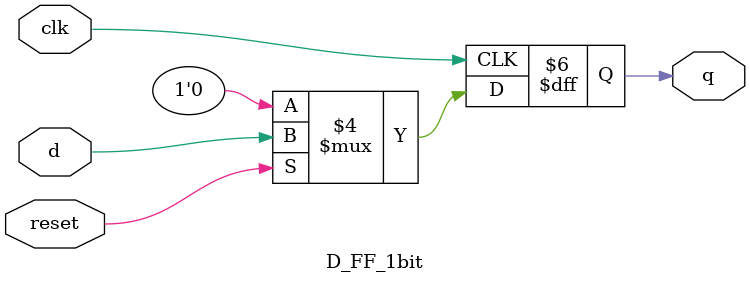
<source format=v>
`include "Full_adder_1bit.v"
`include "MUX/mux10to5.v"
`include "MUX/mux12to6.v"
`include "MUX/mux14to7.v"
`include "MUX/mux16to8.v"

module SRCSA_26bit_pipe (sum_output, a, b, c_in, clk, reset);

output [27-1:0] sum_output; // ok
input  [26-1:0] a, b; // ok
input   c_in;
input   clk, reset;

wire [21:0] sum_z; // ok zero
wire [21:0] sum_o; // ok one

wire [4-1:0]  sum_d;  // 첫번재 dff으로 들어가는 sum .
wire [16-1:0] sum_d0; // dff으로 들어가는 input이 0일 때 sum.
wire [16-1:0] sum_d1; // dff으로 들어가는 input이 1일 때 sum.

wire [21:0] c_z; // carry zero ok
wire [21:0] c_o; // carry one ok

wire [6:0] c ; // ok
wire c_d;
wire [3:0] c_0, c_1;  // dff에서 나오는 carry.
wire a1, b1; // 5bit입력도 4 + 1bit으로 나누고 1bit은 따로 넣어줘야 함.
wire [1:0] a2, b2; // 6bit 입력도 4 + 2bit으로 나누고 2bit은 따로
wire [2:0] a3, b3; // 7bit 입력도 마찬가지.

//Stage 0
//FA 1 * 4
Full_adder_1bit FA1_1 ( sum_d[0], c[0], a[0], b[0], c_in );
Full_adder_1bit FA1_2 ( sum_d[1], c[1], a[1], b[1], c[0] ); 
Full_adder_1bit FA1_3 ( sum_d[2], c[2], a[2], b[2], c[1] ); 
Full_adder_1bit FA1_4 ( sum_d[3], c[3], a[3], b[3], c[2] ); 

D_FF_5bit DFF000 ({c_d, sum_output[3:0]}, {c[3],sum_d[3:0]}, clk, reset); // 스테이지 0

//Stage 1
//FA 4 * 2 + MUX
// c = 0
Full_adder_1bit FA4_1_0 ( sum_z[0], c_z[0], a[4], b[4], 1'b0 );
Full_adder_1bit FA4_2_0 ( sum_z[1], c_z[1], a[5], b[5], c_z[0] ); 
Full_adder_1bit FA4_3_0 ( sum_z[2], c_z[2], a[6], b[6], c_z[1] ); 
Full_adder_1bit FA4_4_0 ( sum_z[3], c_z[3], a[7], b[7], c_z[2] ); 
D_FF_5bit DFF100 ({c_0[0], sum_d0[3:0]}, {c_z[3], sum_z[3:0]}, clk, reset); // 파이파라인 관점에서 스테이지 0
// c = 1
Full_adder_1bit FA4_1_1 ( sum_o[0], c_o[0], a[4], b[4], 1'b1 );
Full_adder_1bit FA4_2_1 ( sum_o[1], c_o[1], a[5], b[5], c_o[0] ); 
Full_adder_1bit FA4_3_1 ( sum_o[2], c_o[2], a[6], b[6], c_o[1] ); 
Full_adder_1bit FA4_4_1 ( sum_o[3], c_o[3], a[7], b[7], c_o[2] ); 
D_FF_5bit DFF101 ({c_1[0], sum_d1[3:0]}, {c_o[3], sum_o[3:0]}, clk, reset);  // sum_o를 받아서 sum_d1으로 출력

// out, a, b, s
mux10to5 Mu1 ( {c[4], sum_output[7:4]}, {c_0[0], sum_d0[3:0]}, {c_1[0], sum_d1[3:0]}, c_d ); 
// sum_d0와 sum_d1을 받아서 c_d를 sel bit으로 삼아 둘 중 하나 출력.

//Stage 2
//FA 5 * 2 + MUX
// c = 0
Full_adder_1bit FA5_1_0 ( sum_z[4], c_z[4], a[8],  b[8],  1'b0 );
Full_adder_1bit FA5_2_0 ( sum_z[5], c_z[5], a[9],  b[9],  c_z[4] ); 
Full_adder_1bit FA5_3_0 ( sum_z[6], c_z[6], a[10], b[10], c_z[5] ); 
Full_adder_1bit FA5_4_0 ( sum_z[7], c_z[7], a[11], b[11], c_z[6] ); 
D_FF_5bit DFF200 ({c_0[1], sum_d0[7:4]}, {c_z[7], sum_z[7:4]}, clk, reset);

D_FF_1bit DFF10 (a1, a[12], clk, reset); // 입력을 받아서 가지고 있다가 클럭이 들어올 때 FA로 전송
D_FF_1bit DFF11 (b1, b[12], clk, reset);

Full_adder_1bit FA5_5_0 ( sum_z[8], c_z[8], a1, b1, c_0[1] ); 
// c = 1
Full_adder_1bit FA5_1_1 ( sum_o[4], c_o[4], a[8],  b[8],  1'b1 );
Full_adder_1bit FA5_2_1 ( sum_o[5], c_o[5], a[9],  b[9],  c_o[4] ); 
Full_adder_1bit FA5_3_1 ( sum_o[6], c_o[6], a[10], b[10], c_o[5] ); 
Full_adder_1bit FA5_4_1 ( sum_o[7], c_o[7], a[11], b[11], c_o[6] ); 
D_FF_5bit DFF201 ({c_1[1], sum_d1[7:4]}, {c_o[7], sum_o[7:4]}, clk, reset);

Full_adder_1bit FA5_5_1 ( sum_o[8], c_o[8], a1, b1, c_1[1] ); 

mux12to6 Mu2 ( {c[5], sum_output[12:8]}, {c_z[8], sum_z[8],sum_d0[7:4]}, {c_o[8], sum_o[8],sum_d1[7:4]}, c[4] );

//Stage 3
//FA 6 + MUX
// c = 0
Full_adder_1bit FA6_1_0 ( sum_z[9],  c_z[9],  a[13], b[13],  1'b0 );
Full_adder_1bit FA6_2_0 ( sum_z[10], c_z[10], a[14], b[14], c_z[9] ); 
Full_adder_1bit FA6_3_0 ( sum_z[11], c_z[11], a[15], b[15], c_z[10] ); 
Full_adder_1bit FA6_4_0 ( sum_z[12], c_z[12], a[16], b[16], c_z[11] ); 
D_FF_5bit DFF300 ({c_0[2], sum_d0[11:8]}, {c_z[12], sum_z[12:9]}, clk, reset);  // dff에서 나온 carry는 다음 FA의 cin으로!

D_FF_2bit DFF20 (a2[1:0], a[18:17], clk, reset);
D_FF_2bit DFF21 (b2[1:0], b[18:17], clk, reset);

Full_adder_1bit FA6_5_0 ( sum_z[13], c_z[13], a2[0], b2[0], c_0[2] ); 
Full_adder_1bit FA6_6_0 ( sum_z[14], c_z[14], a2[1], b2[1], c_z[13] ); 

// c = 1
Full_adder_1bit FA6_1_1 ( sum_o[9],  c_o[9],  a[13], b[13],  1'b1 );
Full_adder_1bit FA6_2_1 ( sum_o[10], c_o[10], a[14], b[14], c_o[9] ); 
Full_adder_1bit FA6_3_1 ( sum_o[11], c_o[11], a[15], b[15], c_o[10] ); 
Full_adder_1bit FA6_4_1 ( sum_o[12], c_o[12], a[16], b[16], c_o[11] ); 
D_FF_5bit DFF301 ({c_1[2], sum_d1[11:8]}, {c_o[12], sum_o[12:9]}, clk, reset);

Full_adder_1bit FA6_5_1 ( sum_o[13], c_o[13], a2[0], b2[0], c_1[2] ); 
Full_adder_1bit FA6_6_1 ( sum_o[14], c_o[14], a2[1], b2[1], c_o[13] ); 

mux14to7 Mu3 ( {c[6], sum_output[18:13]}, {c_z[14], sum_z[14:13], sum_d0[11:8]}, {c_o[14], sum_o[14:13], sum_d1[11:8]}, c[5] ); 

//Stage 4
//FA 7 + MUX
// c = 0
Full_adder_1bit FA7_1_0 ( sum_z[15], c_z[15], a[19], b[19],  1'b0 );
Full_adder_1bit FA7_2_0 ( sum_z[16], c_z[16], a[20], b[20], c_z[15] ); 
Full_adder_1bit FA7_3_0 ( sum_z[17], c_z[17], a[21], b[21], c_z[16] ); 
Full_adder_1bit FA7_4_0 ( sum_z[18], c_z[18], a[22], b[22], c_z[17] ); 
D_FF_5bit DFF400 ({c_0[3], sum_d0[15:12]}, {c_z[18], sum_z[18:15]}, clk, reset);

D_FF_3bit DFF30 (a3[2:0], a[25:23], clk, reset);
D_FF_3bit DFF31 (b3[2:0], b[25:23], clk, reset);

Full_adder_1bit FA7_5_0 ( sum_z[19], c_z[19], a3[0], b3[0], c_0[3] ); 
Full_adder_1bit FA7_6_0 ( sum_z[20], c_z[20], a3[1], b3[1], c_z[19] ); 
Full_adder_1bit FA7_7_0 ( sum_z[21], c_z[21], a3[2], b3[2], c_z[20] );

// c = 1
Full_adder_1bit FA7_1_1 ( sum_o[15], c_o[15], a[19], b[19],  1'b1 );
Full_adder_1bit FA7_2_1 ( sum_o[16], c_o[16], a[20], b[20], c_o[15] ); 
Full_adder_1bit FA7_3_1 ( sum_o[17], c_o[17], a[21], b[21], c_o[16] ); 
Full_adder_1bit FA7_4_1 ( sum_o[18], c_o[18], a[22], b[22], c_o[17] ); 
D_FF_5bit DFF401 ({c_1[3], sum_d1[15:12]}, {c_o[18], sum_o[18:15]}, clk, reset);

Full_adder_1bit FA7_5_1 ( sum_o[19], c_o[19], a3[0], b3[0], c_1[3] ); 
Full_adder_1bit FA7_6_1 ( sum_o[20], c_o[20], a3[1], b3[1], c_o[19] ); 
Full_adder_1bit FA7_7_1 ( sum_o[21], c_o[21], a3[2], b3[2], c_o[20] );

mux16to8 Mu4 ( sum_output[26:19], {c_z[21], sum_z[21:19], sum_d0[15:12]}, {c_o[21], sum_o[21:19], sum_d1[15:12]}, c[6] ); 


endmodule


module D_FF_5bit (q, d, clk, reset);

output [5-1:0] q;
input  [5-1:0] d;
input  clk, reset;

reg    [5-1:0] q;

always @ (posedge clk) begin
    if(~reset)
        q <= 1'b0;
    else 
	    q <= d;
end
endmodule

module D_FF_3bit (q, d, clk, reset);

output [3-1:0] q;
input  [3-1:0] d;
input  clk, reset;

reg    [3-1:0] q;

always @ (posedge clk) begin
    if(~reset)
        q <= 1'b0;
    else 
	    q <= d;
end
endmodule

module D_FF_2bit (q, d, clk, reset);

output [2-1:0] q;
input  [2-1:0] d;
input  clk, reset;

reg    [2-1:0] q;

always @ (posedge clk) begin
    if(~reset)
        q <= 1'b0;
    else 
	    q <= d;
end
endmodule

module D_FF_1bit (q, d, clk, reset);

output  q;
input   d;
input  clk, reset;

reg     q;


always @ (posedge clk) begin
    if(~reset)
        q <= 1'b0;
    else 
	    q <= d;
end 
endmodule 



</source>
